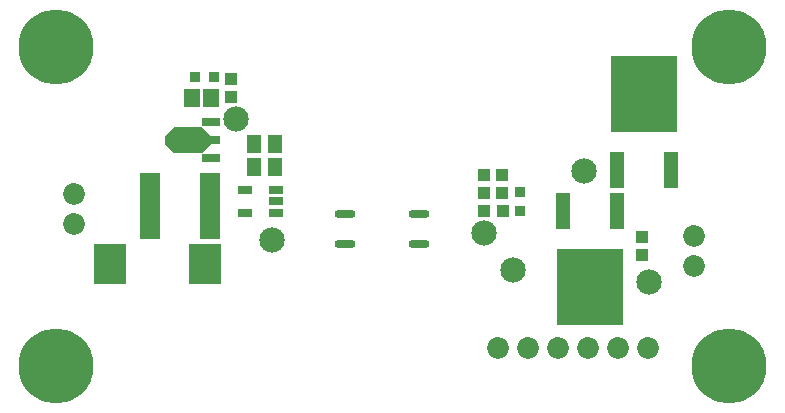
<source format=gts>
G04*
G04 #@! TF.GenerationSoftware,Altium Limited,Altium Designer,18.1.11 (251)*
G04*
G04 Layer_Color=8388736*
%FSLAX25Y25*%
%MOIN*%
G70*
G01*
G75*
%ADD31C,0.08465*%
%ADD32R,0.06102X0.02953*%
%ADD33R,0.03347X0.02953*%
%ADD34R,0.04724X0.02953*%
%ADD35R,0.04528X0.05906*%
%ADD36R,0.04134X0.03937*%
%ADD37R,0.03740X0.03740*%
%ADD38R,0.10787X0.13346*%
%ADD39R,0.04528X0.12402*%
%ADD40R,0.22441X0.25787*%
%ADD41R,0.07087X0.21850*%
%ADD42R,0.05709X0.06299*%
%ADD43O,0.07087X0.02953*%
%ADD44R,0.03740X0.03740*%
%ADD45R,0.03937X0.04134*%
%ADD46C,0.25000*%
%ADD47C,0.07284*%
G36*
X54995Y95139D02*
X64444D01*
X64490Y95135D01*
X64536Y95124D01*
X64566Y95112D01*
X64579Y95106D01*
X64618Y95082D01*
X64653Y95052D01*
X67409Y92296D01*
X67440Y92261D01*
X67464Y92221D01*
X67469Y92208D01*
X67482Y92178D01*
X67493Y92133D01*
X67496Y92087D01*
Y89724D01*
X67493Y89678D01*
X67482Y89633D01*
X67469Y89603D01*
X67464Y89590D01*
X67440Y89550D01*
X67409Y89515D01*
X64653Y86759D01*
X64618Y86729D01*
X64579Y86705D01*
X64566Y86699D01*
X64536Y86687D01*
X64490Y86676D01*
X64444Y86672D01*
X54995D01*
X54949Y86676D01*
X54904Y86687D01*
X54873Y86699D01*
X54861Y86705D01*
X54821Y86729D01*
X54786Y86759D01*
X52030Y89515D01*
X52030Y89515D01*
X52000Y89550D01*
X51976Y89590D01*
X51968Y89608D01*
X51958Y89633D01*
X51947Y89678D01*
X51943Y89724D01*
X51943Y89724D01*
Y92087D01*
X51947Y92133D01*
X51958Y92178D01*
X51970Y92208D01*
X51976Y92221D01*
X52000Y92261D01*
X52030Y92296D01*
X54786Y95052D01*
X54786Y95052D01*
X54821Y95082D01*
X54861Y95106D01*
X54879Y95114D01*
X54904Y95124D01*
X54949Y95135D01*
X54995Y95139D01*
X54995Y95139D01*
D02*
G37*
D31*
X158500Y59900D02*
D03*
X213350Y43650D02*
D03*
X87650Y57700D02*
D03*
X75550Y98000D02*
D03*
X167850Y47500D02*
D03*
X191700Y80750D02*
D03*
D32*
X67200Y85000D02*
D03*
Y96811D02*
D03*
D33*
X68578Y90905D02*
D03*
D34*
X89173Y66732D02*
D03*
Y70472D02*
D03*
Y74213D02*
D03*
X78543D02*
D03*
Y66732D02*
D03*
D35*
X81740Y81890D02*
D03*
X88827D02*
D03*
X88827Y89764D02*
D03*
X81740D02*
D03*
D36*
X74050Y105149D02*
D03*
Y111251D02*
D03*
X210900Y58752D02*
D03*
Y52650D02*
D03*
X158395Y73202D02*
D03*
Y79304D02*
D03*
X164300Y73300D02*
D03*
Y79402D02*
D03*
D37*
X68439Y111927D02*
D03*
X62140D02*
D03*
D38*
X65500Y49500D02*
D03*
X33531D02*
D03*
D39*
X184530Y67238D02*
D03*
X202561D02*
D03*
X202640Y80821D02*
D03*
X220672D02*
D03*
D40*
X193546Y41844D02*
D03*
X211656Y106215D02*
D03*
D41*
X67138Y69000D02*
D03*
X46862D02*
D03*
D42*
X61101Y105100D02*
D03*
X67400D02*
D03*
D43*
X136713Y56417D02*
D03*
X112106Y66417D02*
D03*
Y56417D02*
D03*
X136713Y66417D02*
D03*
D44*
X170205Y67198D02*
D03*
Y73497D02*
D03*
D45*
X164595Y67198D02*
D03*
X158493D02*
D03*
D46*
X15748Y122047D02*
D03*
Y15748D02*
D03*
X240158D02*
D03*
Y122047D02*
D03*
D47*
X212913Y21654D02*
D03*
X192913D02*
D03*
X202913D02*
D03*
X162913D02*
D03*
X182913D02*
D03*
X172913D02*
D03*
X228346Y58819D02*
D03*
Y48819D02*
D03*
X21654Y72992D02*
D03*
Y62992D02*
D03*
M02*

</source>
